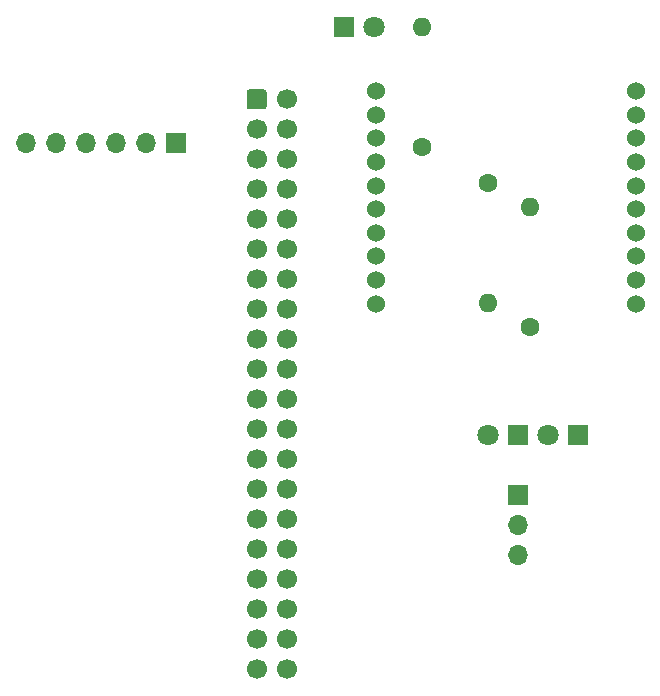
<source format=gbr>
G04 #@! TF.GenerationSoftware,KiCad,Pcbnew,(5.1.6)-1*
G04 #@! TF.CreationDate,2021-03-23T21:28:11+01:00*
G04 #@! TF.ProjectId,CentralUnit,43656e74-7261-46c5-956e-69742e6b6963,rev?*
G04 #@! TF.SameCoordinates,Original*
G04 #@! TF.FileFunction,Copper,L1,Top*
G04 #@! TF.FilePolarity,Positive*
%FSLAX46Y46*%
G04 Gerber Fmt 4.6, Leading zero omitted, Abs format (unit mm)*
G04 Created by KiCad (PCBNEW (5.1.6)-1) date 2021-03-23 21:28:11*
%MOMM*%
%LPD*%
G01*
G04 APERTURE LIST*
G04 #@! TA.AperFunction,ComponentPad*
%ADD10C,1.524000*%
G04 #@! TD*
G04 #@! TA.AperFunction,ComponentPad*
%ADD11O,1.600000X1.600000*%
G04 #@! TD*
G04 #@! TA.AperFunction,ComponentPad*
%ADD12C,1.600000*%
G04 #@! TD*
G04 #@! TA.AperFunction,ComponentPad*
%ADD13O,1.700000X1.700000*%
G04 #@! TD*
G04 #@! TA.AperFunction,ComponentPad*
%ADD14R,1.700000X1.700000*%
G04 #@! TD*
G04 #@! TA.AperFunction,ComponentPad*
%ADD15C,1.700000*%
G04 #@! TD*
G04 #@! TA.AperFunction,ComponentPad*
%ADD16C,1.800000*%
G04 #@! TD*
G04 #@! TA.AperFunction,ComponentPad*
%ADD17R,1.800000X1.800000*%
G04 #@! TD*
G04 APERTURE END LIST*
D10*
X102438200Y-29276040D03*
X102438200Y-31277560D03*
X102438200Y-33276540D03*
X102438200Y-35278060D03*
X102438200Y-37277040D03*
X102438200Y-39276020D03*
X102438200Y-41277540D03*
X102438200Y-43276520D03*
X102438200Y-45278040D03*
X102438200Y-47277020D03*
X80441800Y-47277020D03*
X80441800Y-45278040D03*
X80441800Y-43276520D03*
X80441800Y-41277540D03*
X80441800Y-39276020D03*
X80441800Y-37277040D03*
X80441800Y-35278060D03*
X80441800Y-33276540D03*
X80441800Y-31277560D03*
X80441800Y-29276040D03*
D11*
X84328000Y-23876000D03*
D12*
X84328000Y-34036000D03*
D11*
X93472000Y-39116000D03*
D12*
X93472000Y-49276000D03*
D11*
X89916000Y-47244000D03*
D12*
X89916000Y-37084000D03*
D13*
X92456000Y-68580000D03*
X92456000Y-66040000D03*
D14*
X92456000Y-63500000D03*
D13*
X50800000Y-33655000D03*
X53340000Y-33655000D03*
X55880000Y-33655000D03*
X58420000Y-33655000D03*
X60960000Y-33655000D03*
D14*
X63500000Y-33655000D03*
D15*
X72890000Y-78235000D03*
X72890000Y-75695000D03*
X72890000Y-73155000D03*
X72890000Y-70615000D03*
X72890000Y-68075000D03*
X72890000Y-65535000D03*
X72890000Y-62995000D03*
X72890000Y-60455000D03*
X72890000Y-57915000D03*
X72890000Y-55375000D03*
X72890000Y-52835000D03*
X72890000Y-50295000D03*
X72890000Y-47755000D03*
X72890000Y-45215000D03*
X72890000Y-42675000D03*
X72890000Y-40135000D03*
X72890000Y-37595000D03*
X72890000Y-35055000D03*
X72890000Y-32515000D03*
X72890000Y-29975000D03*
X70350000Y-78235000D03*
X70350000Y-75695000D03*
X70350000Y-73155000D03*
X70350000Y-70615000D03*
X70350000Y-68075000D03*
X70350000Y-65535000D03*
X70350000Y-62995000D03*
X70350000Y-60455000D03*
X70350000Y-57915000D03*
X70350000Y-55375000D03*
X70350000Y-52835000D03*
X70350000Y-50295000D03*
X70350000Y-47755000D03*
X70350000Y-45215000D03*
X70350000Y-42675000D03*
X70350000Y-40135000D03*
X70350000Y-37595000D03*
X70350000Y-35055000D03*
X70350000Y-32515000D03*
G04 #@! TA.AperFunction,ComponentPad*
G36*
G01*
X69500000Y-30575000D02*
X69500000Y-29375000D01*
G75*
G02*
X69750000Y-29125000I250000J0D01*
G01*
X70950000Y-29125000D01*
G75*
G02*
X71200000Y-29375000I0J-250000D01*
G01*
X71200000Y-30575000D01*
G75*
G02*
X70950000Y-30825000I-250000J0D01*
G01*
X69750000Y-30825000D01*
G75*
G02*
X69500000Y-30575000I0J250000D01*
G01*
G37*
G04 #@! TD.AperFunction*
D16*
X80264000Y-23876000D03*
D17*
X77724000Y-23876000D03*
D16*
X94996000Y-58420000D03*
D17*
X97536000Y-58420000D03*
D16*
X89916000Y-58420000D03*
D17*
X92456000Y-58420000D03*
M02*

</source>
